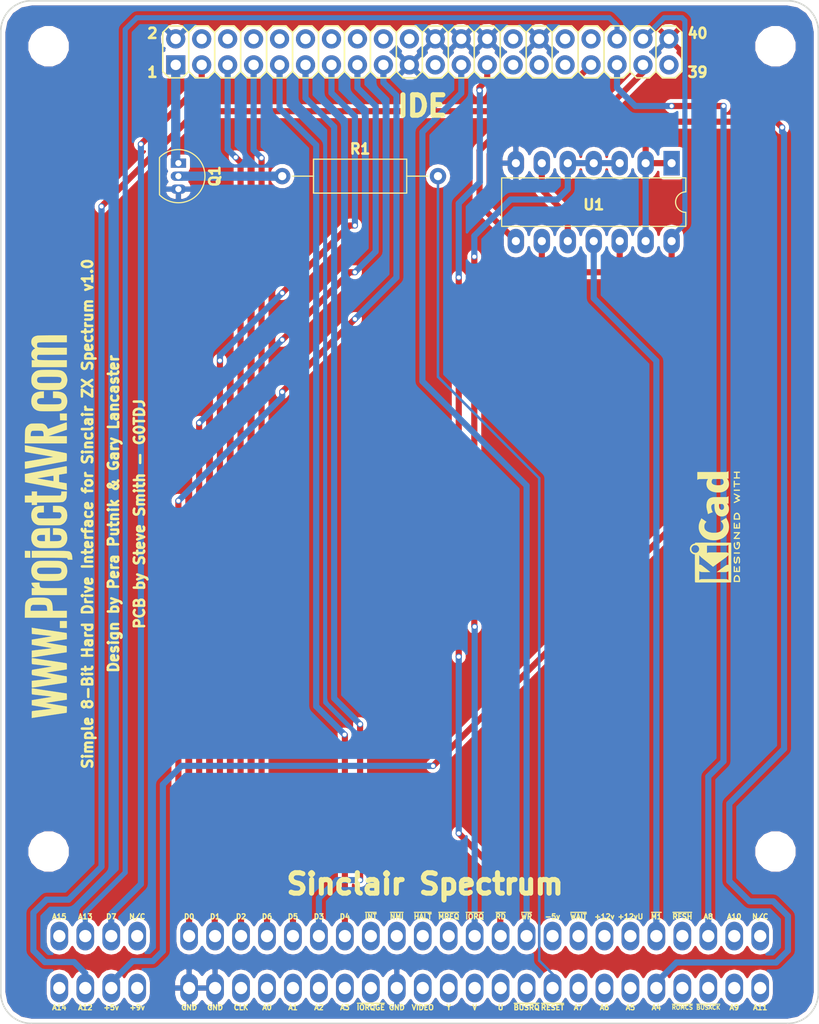
<source format=kicad_pcb>
(kicad_pcb (version 4) (host pcbnew 4.0.5)
  (layers (0 F.Cu signal) (31 B.Cu signal) (34 B.Paste user) (35 F.Paste user) (36 B.SilkS user) (37 F.SilkS user) (38 B.Mask user) (39 F.Mask user) (44 Edge.Cuts user))
  (net 0 "")
  (net 1 A11)
  (net 2 A9)
  (net 3 ~BUSACK)
  (net 4 ~ROMCS)
  (net 5 A4)
  (net 6 A5)
  (net 7 A6)
  (net 8 A7)
  (net 9 "Net-(P1-Pad28A)")
  (net 10 A10)
  (net 11 A8)
  (net 12 ~RFSH)
  (net 13 ~M1)
  (net 14 +12volts_us)
  (net 15 +12volts)
  (net 16 ~WAIT)
  (net 17 A15)
  (net 18 A14)
  (net 19 A13)
  (net 20 A12)
  (net 21 D7)
  (net 22 +5volts)
  (net 23 "Net-(P1-Pad4A)")
  (net 24 +9volts)
  (net 25 D0)
  (net 26 GND)
  (net 27 D1)
  (net 28 D2)
  (net 29 CLK)
  (net 30 D6)
  (net 31 A0)
  (net 32 D5)
  (net 33 A1)
  (net 34 D3)
  (net 35 A2)
  (net 36 D4)
  (net 37 A3)
  (net 38 ~INT)
  (net 39 ~IORQGE)
  (net 40 ~NMI)
  (net 41 ~HALT)
  (net 42 VIDEO)
  (net 43 ~MREQ)
  (net 44 y)
  (net 45 ~IORQ)
  (net 46 v)
  (net 47 ~IOR)
  (net 48 u)
  (net 49 ~IOW)
  (net 50 ~BUSRQ)
  (net 51 -5volts)
  (net 52 ~RESET)
  (net 53 ~I_RESET)
  (net 54 I_D8)
  (net 55 I_D9)
  (net 56 I_D10)
  (net 57 I_D11)
  (net 58 I_D12)
  (net 59 I_D13)
  (net 60 I_D14)
  (net 61 I_D15)
  (net 62 "Net-(P2-Pad20)")
  (net 63 DMARQ)
  (net 64 IORDY)
  (net 65 PSYNC:CSEL)
  (net 66 ~DMACK)
  (net 67 INTRQ)
  (net 68 ~IOCS16)
  (net 69 ~PDIAG)
  (net 70 ~CS0)
  (net 71 ~DASP)
  (net 72 "Net-(Q1-Pad2)")
  (net 73 "Net-(U1-Pad12)")
  (net 74 "Net-(U1-Pad10)")
  (module G0TDJ:Spectrum_Edge_Connector (layer F.Cu) (at 140.75 134)
    (fp_text reference P1 hide)
    (fp_text value SPECTRUM_EDGE-28x2)
    (fp_text user N/C (at 35.56 -4.445) (layer F.SilkS) (effects (font (size 0.5 0.5) (thickness 0.125))))
    (fp_text user A10 (at 33.02 -4.445) (layer F.SilkS) (effects (font (size 0.5 0.5) (thickness 0.125))))
    (fp_text user A11 (at 35.56 4.445) (layer F.SilkS) (effects (font (size 0.5 0.5) (thickness 0.125))))
    (fp_text user A9 (at 33.02 4.445) (layer F.SilkS) (effects (font (size 0.5 0.5) (thickness 0.125))))
    (fp_text user A8 (at 30.48 -4.445) (layer F.SilkS) (effects (font (size 0.5 0.5) (thickness 0.125))))
    (fp_text user ~RFSH (at 27.94 -4.445) (layer F.SilkS) (effects (font (size 0.5 0.5) (thickness 0.125))))
    (fp_text user ~M1 (at 25.4 -4.445) (layer F.SilkS) (effects (font (size 0.5 0.5) (thickness 0.125))))
    (fp_text user +12vU (at 22.86 -4.445) (layer F.SilkS) (effects (font (size 0.5 0.5) (thickness 0.125))))
    (fp_text user ~BUSACK (at 30.48 4.445) (layer F.SilkS) (effects (font (size 0.4 0.4) (thickness 0.1))))
    (fp_text user ~ROMCS (at 27.94 4.445) (layer F.SilkS) (effects (font (size 0.4 0.4) (thickness 0.1))))
    (fp_text user A4 (at 25.4 4.445) (layer F.SilkS) (effects (font (size 0.5 0.5) (thickness 0.125))))
    (fp_text user A5 (at 22.86 4.445) (layer F.SilkS) (effects (font (size 0.5 0.5) (thickness 0.125))))
    (fp_text user +12v (at 20.32 -4.445) (layer F.SilkS) (effects (font (size 0.5 0.5) (thickness 0.125))))
    (fp_text user ~WAIT (at 17.78 -4.445) (layer F.SilkS) (effects (font (size 0.5 0.5) (thickness 0.125))))
    (fp_text user -5v (at 15.24 -4.445) (layer F.SilkS) (effects (font (size 0.5 0.5) (thickness 0.125))))
    (fp_text user ~WR (at 12.7 -4.445) (layer F.SilkS) (effects (font (size 0.5 0.5) (thickness 0.125))))
    (fp_text user A6 (at 20.32 4.445) (layer F.SilkS) (effects (font (size 0.5 0.5) (thickness 0.125))))
    (fp_text user A7 (at 17.78 4.445) (layer F.SilkS) (effects (font (size 0.5 0.5) (thickness 0.125))))
    (fp_text user ~RESET (at 15.24 4.445) (layer F.SilkS) (effects (font (size 0.5 0.5) (thickness 0.125))))
    (fp_text user ~BUSRQ (at 12.7 4.445) (layer F.SilkS) (effects (font (size 0.5 0.5) (thickness 0.125))))
    (fp_text user ~RD (at 10.16 -4.445) (layer F.SilkS) (effects (font (size 0.5 0.5) (thickness 0.125))))
    (fp_text user ~IORQ (at 7.62 -4.445) (layer F.SilkS) (effects (font (size 0.5 0.5) (thickness 0.125))))
    (fp_text user ~MREQ (at 5.08 -4.445) (layer F.SilkS) (effects (font (size 0.5 0.5) (thickness 0.125))))
    (fp_text user ~HALT (at 2.54 -4.445) (layer F.SilkS) (effects (font (size 0.5 0.5) (thickness 0.125))))
    (fp_text user U (at 10.16 4.445) (layer F.SilkS) (effects (font (size 0.5 0.5) (thickness 0.125))))
    (fp_text user V (at 7.62 4.445) (layer F.SilkS) (effects (font (size 0.5 0.5) (thickness 0.125))))
    (fp_text user Y (at 5.08 4.445) (layer F.SilkS) (effects (font (size 0.5 0.5) (thickness 0.125))))
    (fp_text user VIDEO (at 2.54 4.445) (layer F.SilkS) (effects (font (size 0.5 0.5) (thickness 0.125))))
    (fp_text user GND (at 0 4.445) (layer F.SilkS) (effects (font (size 0.5 0.5) (thickness 0.125))))
    (fp_text user ~IORQGE (at -2.54 4.445) (layer F.SilkS) (effects (font (size 0.5 0.5) (thickness 0.125))))
    (fp_text user A3 (at -5.08 4.445) (layer F.SilkS) (effects (font (size 0.5 0.5) (thickness 0.125))))
    (fp_text user ~NMI (at 0 -4.445) (layer F.SilkS) (effects (font (size 0.5 0.5) (thickness 0.125))))
    (fp_text user ~INT (at -2.54 -4.445) (layer F.SilkS) (effects (font (size 0.5 0.5) (thickness 0.125))))
    (fp_text user D4 (at -5.08 -4.445) (layer F.SilkS) (effects (font (size 0.5 0.5) (thickness 0.125))))
    (fp_text user D3 (at -7.62 -4.445) (layer F.SilkS) (effects (font (size 0.5 0.5) (thickness 0.125))))
    (fp_text user A2 (at -7.62 4.445) (layer F.SilkS) (effects (font (size 0.5 0.5) (thickness 0.125))))
    (fp_text user D5 (at -10.16 -4.445) (layer F.SilkS) (effects (font (size 0.5 0.5) (thickness 0.125))))
    (fp_text user D6 (at -12.7 -4.445) (layer F.SilkS) (effects (font (size 0.5 0.5) (thickness 0.125))))
    (fp_text user D2 (at -15.24 -4.445) (layer F.SilkS) (effects (font (size 0.5 0.5) (thickness 0.125))))
    (fp_text user A1 (at -10.16 4.445) (layer F.SilkS) (effects (font (size 0.5 0.5) (thickness 0.125))))
    (fp_text user A0 (at -12.7 4.445) (layer F.SilkS) (effects (font (size 0.5 0.5) (thickness 0.125))))
    (fp_text user CLK (at -15.24 4.445) (layer F.SilkS) (effects (font (size 0.5 0.5) (thickness 0.125))))
    (fp_text user GND (at -17.78 4.445) (layer F.SilkS) (effects (font (size 0.5 0.5) (thickness 0.125))))
    (fp_text user GND (at -20.32 4.445) (layer F.SilkS) (effects (font (size 0.5 0.5) (thickness 0.125))))
    (fp_text user +9v (at -25.4 4.445) (layer F.SilkS) (effects (font (size 0.5 0.5) (thickness 0.125))))
    (fp_text user +5v (at -27.94 4.445) (layer F.SilkS) (effects (font (size 0.5 0.5) (thickness 0.125))))
    (fp_text user A12 (at -30.48 4.445) (layer F.SilkS) (effects (font (size 0.5 0.5) (thickness 0.125))))
    (fp_text user A14 (at -33.02 4.445) (layer F.SilkS) (effects (font (size 0.5 0.5) (thickness 0.125))))
    (fp_text user D1 (at -17.78 -4.445) (layer F.SilkS) (effects (font (size 0.5 0.5) (thickness 0.125))))
    (fp_text user D0 (at -20.32 -4.445) (layer F.SilkS) (effects (font (size 0.5 0.5) (thickness 0.125))))
    (fp_text user N/C (at -25.4 -4.445) (layer F.SilkS) (effects (font (size 0.5 0.5) (thickness 0.125))))
    (fp_text user D7 (at -27.94 -4.445) (layer F.SilkS) (effects (font (size 0.5 0.5) (thickness 0.125))))
    (fp_text user A13 (at -30.48 -4.445) (layer F.SilkS) (effects (font (size 0.5 0.5) (thickness 0.125))))
    (fp_text user A15 (at -33.02 -4.445) (layer F.SilkS) (effects (font (size 0.5 0.5) (thickness 0.125))))
    (pad 28B thru_hole oval (at 35.56 2.54) (size 1.7272 2.8) (drill 1.2) (layers *.Cu *.Mask) (net 1 A11))
    (pad 27B thru_hole oval (at 33.02 2.54) (size 1.7272 2.8) (drill 1.2) (layers *.Cu *.Mask) (net 2 A9))
    (pad 26B thru_hole oval (at 30.48 2.54) (size 1.7272 2.8) (drill 1.2) (layers *.Cu *.Mask) (net 3 ~BUSACK))
    (pad 25B thru_hole oval (at 27.94 2.54) (size 1.7272 2.8) (drill 1.2) (layers *.Cu *.Mask) (net 4 ~ROMCS))
    (pad 24B thru_hole oval (at 25.4 2.54) (size 1.7272 2.8) (drill 1.2) (layers *.Cu *.Mask) (net 5 A4))
    (pad 23B thru_hole oval (at 22.86 2.54) (size 1.7272 2.8) (drill 1.2) (layers *.Cu *.Mask) (net 6 A5))
    (pad 22B thru_hole oval (at 20.32 2.54) (size 1.7272 2.8) (drill 1.2) (layers *.Cu *.Mask) (net 7 A6))
    (pad 21B thru_hole oval (at 17.78 2.54) (size 1.7272 2.8) (drill 1.2) (layers *.Cu *.Mask) (net 8 A7))
    (pad 28A thru_hole oval (at 35.56 -2.54) (size 1.7272 2.8) (drill 1.2) (layers *.Cu *.Mask) (net 9 "Net-(P1-Pad28A)"))
    (pad 27A thru_hole oval (at 33.02 -2.54) (size 1.7272 2.8) (drill 1.2) (layers *.Cu *.Mask) (net 10 A10))
    (pad 26A thru_hole oval (at 30.48 -2.54) (size 1.7272 2.8) (drill 1.2) (layers *.Cu *.Mask) (net 11 A8))
    (pad 25A thru_hole oval (at 27.94 -2.54) (size 1.7272 2.8) (drill 1.2) (layers *.Cu *.Mask) (net 12 ~RFSH))
    (pad 24A thru_hole oval (at 25.4 -2.54) (size 1.7272 2.8) (drill 1.2) (layers *.Cu *.Mask) (net 13 ~M1))
    (pad 23A thru_hole oval (at 22.86 -2.54) (size 1.7272 2.8) (drill 1.2) (layers *.Cu *.Mask) (net 14 +12volts_us))
    (pad 22A thru_hole oval (at 20.32 -2.54) (size 1.7272 2.8) (drill 1.2) (layers *.Cu *.Mask) (net 15 +12volts))
    (pad 21A thru_hole oval (at 17.78 -2.54) (size 1.7272 2.8) (drill 1.2) (layers *.Cu *.Mask) (net 16 ~WAIT))
    (pad 1A thru_hole oval (at -33.02 -2.54) (size 1.7272 2.8) (drill 1.2) (layers *.Cu *.Mask) (net 17 A15))
    (pad 1B thru_hole oval (at -33.02 2.54) (size 1.7272 2.8) (drill 1.2) (layers *.Cu *.Mask) (net 18 A14))
    (pad 2A thru_hole oval (at -30.48 -2.54) (size 1.7272 2.8) (drill 1.2) (layers *.Cu *.Mask) (net 19 A13))
    (pad 2B thru_hole oval (at -30.48 2.54) (size 1.7272 2.8) (drill 1.2) (layers *.Cu *.Mask) (net 20 A12))
    (pad 3A thru_hole oval (at -27.94 -2.54) (size 1.7272 2.8) (drill 1.2) (layers *.Cu *.Mask) (net 21 D7))
    (pad 3B thru_hole oval (at -27.94 2.54) (size 1.7272 2.8) (drill 1.2) (layers *.Cu *.Mask) (net 22 +5volts))
    (pad 4A thru_hole oval (at -25.4 -2.54) (size 1.7272 2.8) (drill 1.2) (layers *.Cu *.Mask) (net 23 "Net-(P1-Pad4A)"))
    (pad 4B thru_hole oval (at -25.4 2.54) (size 1.7272 2.8) (drill 1.2) (layers *.Cu *.Mask) (net 24 +9volts))
    (pad 6A thru_hole oval (at -20.32 -2.54) (size 1.7272 2.8) (drill 1.2) (layers *.Cu *.Mask) (net 25 D0))
    (pad 6B thru_hole oval (at -20.32 2.54) (size 1.7272 2.8) (drill 1.2) (layers *.Cu *.Mask) (net 26 GND))
    (pad 7A thru_hole oval (at -17.78 -2.54) (size 1.7272 2.8) (drill 1.2) (layers *.Cu *.Mask) (net 27 D1))
    (pad 7B thru_hole oval (at -17.78 2.54) (size 1.7272 2.8) (drill 1.2) (layers *.Cu *.Mask) (net 26 GND))
    (pad 8A thru_hole oval (at -15.24 -2.54) (size 1.7272 2.8) (drill 1.2) (layers *.Cu *.Mask) (net 28 D2))
    (pad 8B thru_hole oval (at -15.24 2.54) (size 1.7272 2.8) (drill 1.2) (layers *.Cu *.Mask) (net 29 CLK))
    (pad 9A thru_hole oval (at -12.7 -2.54) (size 1.7272 2.8) (drill 1.2) (layers *.Cu *.Mask) (net 30 D6))
    (pad 9B thru_hole oval (at -12.7 2.54) (size 1.7272 2.8) (drill 1.2) (layers *.Cu *.Mask) (net 31 A0))
    (pad 10A thru_hole oval (at -10.16 -2.54) (size 1.7272 2.8) (drill 1.2) (layers *.Cu *.Mask) (net 32 D5))
    (pad 10B thru_hole oval (at -10.16 2.54) (size 1.7272 2.8) (drill 1.2) (layers *.Cu *.Mask) (net 33 A1))
    (pad 11A thru_hole oval (at -7.62 -2.54) (size 1.7272 2.8) (drill 1.2) (layers *.Cu *.Mask) (net 34 D3))
    (pad 11B thru_hole oval (at -7.62 2.54) (size 1.7272 2.8) (drill 1.2) (layers *.Cu *.Mask) (net 35 A2))
    (pad 12A thru_hole oval (at -5.08 -2.54) (size 1.7272 2.8) (drill 1.2) (layers *.Cu *.Mask) (net 36 D4))
    (pad 12B thru_hole oval (at -5.08 2.54) (size 1.7272 2.8) (drill 1.2) (layers *.Cu *.Mask) (net 37 A3))
    (pad 13A thru_hole oval (at -2.54 -2.54) (size 1.7272 2.8) (drill 1.2) (layers *.Cu *.Mask) (net 38 ~INT))
    (pad 13B thru_hole oval (at -2.54 2.54) (size 1.7272 2.8) (drill 1.2) (layers *.Cu *.Mask) (net 39 ~IORQGE))
    (pad 14A thru_hole oval (at 0 -2.54) (size 1.7272 2.8) (drill 1.2) (layers *.Cu *.Mask) (net 40 ~NMI))
    (pad 14B thru_hole oval (at 0 2.54) (size 1.7272 2.8) (drill 1.2) (layers *.Cu *.Mask) (net 26 GND))
    (pad 15A thru_hole oval (at 2.54 -2.54) (size 1.7272 2.8) (drill 1.2) (layers *.Cu *.Mask) (net 41 ~HALT))
    (pad 15B thru_hole oval (at 2.54 2.54) (size 1.7272 2.8) (drill 1.2) (layers *.Cu *.Mask) (net 42 VIDEO))
    (pad 16A thru_hole oval (at 5.08 -2.54) (size 1.7272 2.8) (drill 1.2) (layers *.Cu *.Mask) (net 43 ~MREQ))
    (pad 16B thru_hole oval (at 5.08 2.54) (size 1.7272 2.8) (drill 1.2) (layers *.Cu *.Mask) (net 44 y))
    (pad 17A thru_hole oval (at 7.62 -2.54) (size 1.7272 2.8) (drill 1.2) (layers *.Cu *.Mask) (net 45 ~IORQ))
    (pad 17B thru_hole oval (at 7.62 2.54) (size 1.7272 2.8) (drill 1.2) (layers *.Cu *.Mask) (net 46 v))
    (pad 18A thru_hole oval (at 10.16 -2.54) (size 1.7272 2.8) (drill 1.2) (layers *.Cu *.Mask) (net 47 ~IOR))
    (pad 18B thru_hole oval (at 10.16 2.54) (size 1.7272 2.8) (drill 1.2) (layers *.Cu *.Mask) (net 48 u))
    (pad 19A thru_hole oval (at 12.7 -2.54) (size 1.7272 2.8) (drill 1.2) (layers *.Cu *.Mask) (net 49 ~IOW))
    (pad 19B thru_hole oval (at 12.7 2.54) (size 1.7272 2.8) (drill 1.2) (layers *.Cu *.Mask) (net 50 ~BUSRQ))
    (pad 20A thru_hole oval (at 15.24 -2.54) (size 1.7272 2.8) (drill 1.2) (layers *.Cu *.Mask) (net 51 -5volts))
    (pad 20B thru_hole oval (at 15.24 2.54) (size 1.7272 2.8) (drill 1.2) (layers *.Cu *.Mask) (net 52 ~RESET))
  )
  (module G0TDJ:Header-2X20 (layer F.Cu) (at 130.55 45)
    (fp_text reference P2 hide)
    (fp_text value CONN_20X2 hide)
    (pad 1 thru_hole rect (at -11.43 1.27) (size 1.8796 1.8796) (drill 1.016) (layers *.Cu *.Paste *.Mask) (net 53 ~I_RESET))
    (pad 2 thru_hole circle (at -11.43 -1.27) (size 1.8796 3.7592) (drill 1.016) (layers *.Cu *.Paste *.Mask) (net 26 GND))
    (pad 3 thru_hole circle (at -8.89 1.27) (size 1.8796 3.7592) (drill 1.016) (layers *.Cu *.Paste *.Mask) (net 21 D7))
    (pad 4 thru_hole circle (at -8.89 -1.27) (size 1.8796 3.7592) (drill 1.016) (layers *.Cu *.Paste *.Mask) (net 54 I_D8))
    (pad 5 thru_hole circle (at -6.35 1.27) (size 1.8796 3.7592) (drill 1.016) (layers *.Cu *.Paste *.Mask) (net 30 D6))
    (pad 6 thru_hole circle (at -6.35 -1.27) (size 1.8796 3.7592) (drill 1.016) (layers *.Cu *.Paste *.Mask) (net 55 I_D9))
    (pad 7 thru_hole circle (at -3.81 1.27) (size 1.8796 3.7592) (drill 1.016) (layers *.Cu *.Paste *.Mask) (net 32 D5))
    (pad 8 thru_hole circle (at -3.81 -1.27) (size 1.8796 3.7592) (drill 1.016) (layers *.Cu *.Paste *.Mask) (net 56 I_D10))
    (pad 9 thru_hole circle (at -1.27 1.27) (size 1.8796 3.7592) (drill 1.016) (layers *.Cu *.Paste *.Mask) (net 36 D4))
    (pad 10 thru_hole circle (at -1.27 -1.27) (size 1.8796 3.7592) (drill 1.016) (layers *.Cu *.Paste *.Mask) (net 57 I_D11))
    (pad 11 thru_hole circle (at 1.27 1.27) (size 1.8796 3.7592) (drill 1.016) (layers *.Cu *.Paste *.Mask) (net 34 D3))
    (pad 12 thru_hole circle (at 1.27 -1.27) (size 1.8796 3.7592) (drill 1.016) (layers *.Cu *.Paste *.Mask) (net 58 I_D12))
    (pad 13 thru_hole circle (at 3.81 1.27) (size 1.8796 3.7592) (drill 1.016) (layers *.Cu *.Paste *.Mask) (net 28 D2))
    (pad 14 thru_hole circle (at 3.81 -1.27) (size 1.8796 3.7592) (drill 1.016) (layers *.Cu *.Paste *.Mask) (net 59 I_D13))
    (pad 15 thru_hole circle (at 6.35 1.27) (size 1.8796 3.7592) (drill 1.016) (layers *.Cu *.Paste *.Mask) (net 27 D1))
    (pad 16 thru_hole circle (at 6.35 -1.27) (size 1.8796 3.7592) (drill 1.016) (layers *.Cu *.Paste *.Mask) (net 60 I_D14))
    (pad 17 thru_hole circle (at 8.89 1.27) (size 1.8796 3.7592) (drill 1.016) (layers *.Cu *.Paste *.Mask) (net 25 D0))
    (pad 18 thru_hole circle (at 8.89 -1.27) (size 1.8796 3.7592) (drill 1.016) (layers *.Cu *.Paste *.Mask) (net 61 I_D15))
    (pad 19 thru_hole circle (at 11.43 1.27) (size 1.8796 3.7592) (drill 1.016) (layers *.Cu *.Paste *.Mask) (net 26 GND))
    (pad 20 thru_hole circle (at 11.43 -1.27) (size 1.8796 3.7592) (drill 1.016) (layers *.Cu *.Paste *.Mask) (net 62 "Net-(P2-Pad20)"))
    (pad 21 thru_hole circle (at 13.97 1.27) (size 1.8796 3.7592) (drill 1.016) (layers *.Cu *.Paste *.Mask) (net 63 DMARQ))
    (pad 22 thru_hole circle (at 13.97 -1.27) (size 1.8796 3.7592) (drill 1.016) (layers *.Cu *.Paste *.Mask) (net 26 GND))
    (pad 23 thru_hole circle (at 16.51 1.27) (size 1.8796 3.7592) (drill 1.016) (layers *.Cu *.Paste *.Mask) (net 49 ~IOW))
    (pad 24 thru_hole circle (at 16.51 -1.27) (size 1.8796 3.7592) (drill 1.016) (layers *.Cu *.Paste *.Mask) (net 26 GND))
    (pad 25 thru_hole circle (at 19.05 1.27) (size 1.8796 3.7592) (drill 1.016) (layers *.Cu *.Paste *.Mask) (net 47 ~IOR))
    (pad 26 thru_hole circle (at 19.05 -1.27) (size 1.8796 3.7592) (drill 1.016) (layers *.Cu *.Paste *.Mask) (net 26 GND))
    (pad 27 thru_hole circle (at 21.59 1.27) (size 1.8796 3.7592) (drill 1.016) (layers *.Cu *.Paste *.Mask) (net 64 IORDY))
    (pad 28 thru_hole circle (at 21.59 -1.27) (size 1.8796 3.7592) (drill 1.016) (layers *.Cu *.Paste *.Mask) (net 65 PSYNC:CSEL))
    (pad 29 thru_hole circle (at 24.13 1.27) (size 1.8796 3.7592) (drill 1.016) (layers *.Cu *.Paste *.Mask) (net 66 ~DMACK))
    (pad 30 thru_hole circle (at 24.13 -1.27) (size 1.8796 3.7592) (drill 1.016) (layers *.Cu *.Paste *.Mask) (net 26 GND))
    (pad 31 thru_hole circle (at 26.67 1.27) (size 1.8796 3.7592) (drill 1.016) (layers *.Cu *.Paste *.Mask) (net 67 INTRQ))
    (pad 32 thru_hole circle (at 26.67 -1.27) (size 1.8796 3.7592) (drill 1.016) (layers *.Cu *.Paste *.Mask) (net 68 ~IOCS16))
    (pad 33 thru_hole circle (at 29.21 1.27) (size 1.8796 3.7592) (drill 1.016) (layers *.Cu *.Paste *.Mask) (net 20 A12))
    (pad 34 thru_hole circle (at 29.21 -1.27) (size 1.8796 3.7592) (drill 1.016) (layers *.Cu *.Paste *.Mask) (net 69 ~PDIAG))
    (pad 35 thru_hole circle (at 31.75 1.27) (size 1.8796 3.7592) (drill 1.016) (layers *.Cu *.Paste *.Mask) (net 11 A8))
    (pad 36 thru_hole circle (at 31.75 -1.27) (size 1.8796 3.7592) (drill 1.016) (layers *.Cu *.Paste *.Mask) (net 19 A13))
    (pad 37 thru_hole circle (at 34.29 1.27) (size 1.8796 3.7592) (drill 1.016) (layers *.Cu *.Paste *.Mask) (net 70 ~CS0))
    (pad 38 thru_hole circle (at 34.29 -1.27) (size 1.8796 3.7592) (drill 1.016) (layers *.Cu *.Paste *.Mask) (net 22 +5volts))
    (pad 39 thru_hole circle (at 36.83 1.27) (size 1.8796 3.7592) (drill 1.016) (layers *.Cu *.Paste *.Mask) (net 71 ~DASP))
    (pad 40 thru_hole circle (at 36.83 -1.27) (size 1.8796 3.7592) (drill 1.016) (layers *.Cu *.Paste *.Mask) (net 26 GND))
  )
  (module TO_SOT_Packages_THT:TO-92_Inline_Narrow_Oval (layer F.Cu) (at 119.38 55.88 270)
    (fp_text reference Q1 (at 1.27 -3.56 270) (layer F.SilkS) (effects (font (thickness 0.25))))
    (fp_text value BC327 hide)
    (pad 2 thru_hole oval (at 1.27 0 90) (size 0.9 1.5) (drill 0.6) (layers *.Cu *.Mask) (net 72 "Net-(Q1-Pad2)"))
    (pad 3 thru_hole oval (at 2.54 0 90) (size 0.9 1.5) (drill 0.6) (layers *.Cu *.Mask) (net 26 GND))
    (pad 1 thru_hole rect (at 0 0 90) (size 0.9 1.5) (drill 0.6) (layers *.Cu *.Mask) (net 53 ~I_RESET))
  )
  (module Resistors_THT:R_Axial_DIN0309_L9.0mm_D3.2mm_P15.24mm_Horizontal (layer F.Cu) (at 129.54 57.15)
    (fp_text reference R1 (at 7.62 -2.66) (layer F.SilkS) (effects (font (thickness 0.25))))
    (fp_text value 100K hide)
    (pad 1 thru_hole circle (at 0 0) (size 1.6 1.6) (drill 0.8) (layers *.Cu *.Mask) (net 72 "Net-(Q1-Pad2)"))
    (pad 2 thru_hole oval (at 15.24 0) (size 1.6 1.6) (drill 0.8) (layers *.Cu *.Mask) (net 52 ~RESET))
  )
  (module Housings_DIP:DIP-14_W7.62mm_LongPads (layer F.Cu) (at 167.64 55.88 270)
    (fp_text reference U1 (at 4.064 7.62 360) (layer F.SilkS) (effects (font (thickness 0.25))))
    (fp_text value 74LS10 hide)
    (pad 1 thru_hole rect (at 0 0 270) (size 2.4 1.6) (drill 0.8) (layers *.Cu *.Mask) (net 5 A4))
    (pad 8 thru_hole oval (at 7.62 15.24 270) (size 2.4 1.6) (drill 0.8) (layers *.Cu *.Mask) (net 70 ~CS0))
    (pad 2 thru_hole oval (at 0 2.54 270) (size 2.4 1.6) (drill 0.8) (layers *.Cu *.Mask) (net 5 A4))
    (pad 9 thru_hole oval (at 7.62 12.7 270) (size 2.4 1.6) (drill 0.8) (layers *.Cu *.Mask) (net 73 "Net-(U1-Pad12)"))
    (pad 3 thru_hole oval (at 0 5.08 270) (size 2.4 1.6) (drill 0.8) (layers *.Cu *.Mask) (net 45 ~IORQ))
    (pad 10 thru_hole oval (at 7.62 10.16 270) (size 2.4 1.6) (drill 0.8) (layers *.Cu *.Mask) (net 74 "Net-(U1-Pad10)"))
    (pad 4 thru_hole oval (at 0 7.62 270) (size 2.4 1.6) (drill 0.8) (layers *.Cu *.Mask) (net 45 ~IORQ))
    (pad 11 thru_hole oval (at 7.62 7.62 270) (size 2.4 1.6) (drill 0.8) (layers *.Cu *.Mask) (net 13 ~M1))
    (pad 5 thru_hole oval (at 0 10.16 270) (size 2.4 1.6) (drill 0.8) (layers *.Cu *.Mask) (net 45 ~IORQ))
    (pad 12 thru_hole oval (at 7.62 5.08 270) (size 2.4 1.6) (drill 0.8) (layers *.Cu *.Mask) (net 73 "Net-(U1-Pad12)"))
    (pad 6 thru_hole oval (at 0 12.7 270) (size 2.4 1.6) (drill 0.8) (layers *.Cu *.Mask) (net 74 "Net-(U1-Pad10)"))
    (pad 13 thru_hole oval (at 7.62 2.54 270) (size 2.4 1.6) (drill 0.8) (layers *.Cu *.Mask) (net 5 A4))
    (pad 7 thru_hole oval (at 0 15.24 270) (size 2.4 1.6) (drill 0.8) (layers *.Cu *.Mask) (net 26 GND))
    (pad 14 thru_hole oval (at 7.62 0 270) (size 2.4 1.6) (drill 0.8) (layers *.Cu *.Mask) (net 22 +5volts))
  )
  (module G0TDJ:KiCad-Logo_Copper_11mmx5mm (layer F.Cu) (at 171.45 91.44 90)
    (fp_text reference G***)
    (fp_text value "KiCad Logo" hide)
    (fp_text user "DESIGNED WITH" (at 0 2.6 90) (layer F.SilkS) (effects (font (size 0.5 0.97) (thickness 0.125))))
    (pad 1 smd circle (at -2.17 -1.49 90) (size 0.9 0.9) (layers F.Cu F.Mask))
  )
  (module Mounting_Holes:MountingHole_3.2mm_M3 (layer F.Cu) (at 106.68 44.45)
    (fp_text reference REF** hide)
    (fp_text value MountingHole_3.2mm_M3 hide)
    (pad 1 np_thru_hole circle (at 0 0) (size 3.2 3.2) (drill 3.2) (layers *.Cu *.Mask))
  )
  (module Mounting_Holes:MountingHole_3.2mm_M3 (layer F.Cu) (at 177.8 44.45)
    (fp_text reference REF** hide)
    (fp_text value MountingHole_3.2mm_M3 hide)
    (pad 1 np_thru_hole circle (at 0 0) (size 3.2 3.2) (drill 3.2) (layers *.Cu *.Mask))
  )
  (module Mounting_Holes:MountingHole_3.2mm_M3 (layer F.Cu) (at 106.68 123.19)
    (fp_text reference REF** hide)
    (fp_text value MountingHole_3.2mm_M3 hide)
    (pad 1 np_thru_hole circle (at 0 0) (size 3.2 3.2) (drill 3.2) (layers *.Cu *.Mask))
  )
  (module Mounting_Holes:MountingHole_3.2mm_M3 (layer F.Cu) (at 177.8 123.19)
    (fp_text reference REF** hide)
    (fp_text value MountingHole_3.2mm_M3 hide)
    (pad 1 np_thru_hole circle (at 0 0) (size 3.2 3.2) (drill 3.2) (layers *.Cu *.Mask))
  )
  (module G0TDJ:projectavr_logo_nostrap_SILK_40mm (layer F.Cu) (at 106.68 91.44 90)
    (fp_text reference G*** hide)
    (fp_text value LOGO hide)
  )
  (gr_text "Sinclair Spectrum" (at 143.51 126.365) (layer F.SilkS) (effects (font (size 2 2) (thickness 0.5))))
  (gr_text 40 (at 170.18 43.18) (layer F.SilkS) (effects (font (size 1 1) (thickness 0.25))))
  (gr_text 39 (at 170.18 46.99) (layer F.SilkS) (effects (font (size 1 1) (thickness 0.25))))
  (gr_text 2 (at 116.84 43.18) (layer F.SilkS) (effects (font (size 1 1) (thickness 0.25))))
  (gr_text 1 (at 116.84 46.99) (layer F.SilkS) (effects (font (size 1 1) (thickness 0.25))))
  (gr_text "PCB by Steve Smith - G0TDJ" (at 115.57 90.17 90) (layer F.SilkS) (effects (font (size 1 1) (thickness 0.25))))
  (gr_text "Design by Pera Putnik & Gary Lancaster" (at 113.03 90.17 90) (layer F.SilkS) (effects (font (size 1 1) (thickness 0.25))))
  (gr_text "Simple 8-Bit Hard Drive Interface for Sinclair ZX Spectrum v1.0" (at 110.49 90.17 90) (layer F.SilkS) (effects (font (size 1 1) (thickness 0.25))))
  (gr_text IDE (at 143.256 50.292) (layer F.SilkS) (effects (font (size 2 2) (thickness 0.5))))
  (gr_line (start 105 40) (end 179 40) (angle 90) (layer Edge.Cuts) (width 0.15))
  (gr_line (start 102 137) (end 102 43) (angle 90) (layer Edge.Cuts) (width 0.15))
  (gr_line (start 179 140) (end 105 140) (angle 90) (layer Edge.Cuts) (width 0.15))
  (gr_line (start 182 43) (end 182 137) (angle 90) (layer Edge.Cuts) (width 0.15))
  (gr_arc (start 105 137) (end 105 140) (angle 90) (layer Edge.Cuts) (width 0.15))
  (gr_arc (start 179 137) (end 182 137) (angle 90) (layer Edge.Cuts) (width 0.15))
  (gr_arc (start 179 43) (end 179 40) (angle 90) (layer Edge.Cuts) (width 0.15))
  (gr_arc (start 105 43) (end 102 43) (angle 90) (layer Edge.Cuts) (width 0.15))
  (segment (start 166.15 136.54) (end 166.15 136.0036) (width 0.6) (layer B.Cu) (net 5))
  (segment (start 179.025339 132.886661) (end 179.025339 129.502732) (width 0.6) (layer B.Cu) (net 5))
  (segment (start 173.285116 118.502765) (end 178.64328 113.144601) (width 0.6) (layer B.Cu) (net 5))
  (segment (start 166.15 136.0036) (end 168.11272 134.04088) (width 0.6) (layer B.Cu) (net 5))
  (segment (start 168.11272 134.04088) (end 177.87112 134.04088) (width 0.6) (layer B.Cu) (net 5))
  (segment (start 178.64328 113.144601) (end 178.64328 53.002264) (width 0.6) (layer B.Cu) (net 5))
  (segment (start 177.87112 134.04088) (end 179.025339 132.886661) (width 0.6) (layer B.Cu) (net 5))
  (segment (start 179.025339 129.502732) (end 177.587208 128.064601) (width 0.6) (layer B.Cu) (net 5))
  (segment (start 177.587208 128.064601) (end 175.263894 128.064601) (width 0.6) (layer B.Cu) (net 5))
  (segment (start 175.263894 128.064601) (end 173.285116 126.085823) (width 0.6) (layer B.Cu) (net 5))
  (segment (start 173.285116 126.085823) (end 173.285116 118.502765) (width 0.6) (layer B.Cu) (net 5))
  (segment (start 178.64328 53.002264) (end 178.45278 52.811764) (width 0.6) (layer B.Cu) (net 5))
  (segment (start 178.45278 52.811764) (end 178.45278 52.3875) (width 0.6) (layer B.Cu) (net 5))
  (segment (start 165.1 55.88) (end 165.1 52.547793) (width 0.6) (layer F.Cu) (net 5))
  (segment (start 165.819093 51.8287) (end 177.89398 51.8287) (width 0.6) (layer F.Cu) (net 5))
  (segment (start 165.1 52.547793) (end 165.819093 51.8287) (width 0.6) (layer F.Cu) (net 5))
  (segment (start 177.89398 51.8287) (end 178.45278 52.3875) (width 0.6) (layer F.Cu) (net 5))
  (segment (start 165.1 55.88) (end 167.64 55.88) (width 0.6) (layer F.Cu) (net 5))
  (via (at 178.45278 52.3875) (size 0.6) (drill 0.4) (layers F.Cu B.Cu) (net 5))
  (segment (start 165.1 55.88) (end 165.1 63.5) (width 0.6) (layer B.Cu) (net 5))
  (segment (start 172.72 50.292) (end 172.719691 50.292309) (width 0.6) (layer B.Cu) (net 11))
  (segment (start 172.719691 50.292309) (end 172.719691 114.370438) (width 0.6) (layer B.Cu) (net 11))
  (segment (start 172.719691 114.370438) (end 171.23 115.860129) (width 0.6) (layer B.Cu) (net 11))
  (segment (start 171.23 115.860129) (end 171.23 131.46) (width 0.6) (layer B.Cu) (net 11))
  (segment (start 162.3 46.27) (end 162.3 48.508) (width 0.6) (layer B.Cu) (net 11))
  (via (at 172.72 50.292) (size 0.6) (drill 0.4) (layers F.Cu B.Cu) (net 11))
  (segment (start 167.64 50.292) (end 172.72 50.292) (width 0.6) (layer F.Cu) (net 11))
  (via (at 167.64 50.292) (size 0.6) (drill 0.4) (layers F.Cu B.Cu) (net 11))
  (segment (start 164.084 50.292) (end 167.64 50.292) (width 0.6) (layer B.Cu) (net 11))
  (segment (start 162.3 48.508) (end 164.084 50.292) (width 0.6) (layer B.Cu) (net 11))
  (segment (start 166.15 131.46) (end 166.15 75.218) (width 0.6) (layer B.Cu) (net 13))
  (segment (start 160.02 69.088) (end 160.02 63.5) (width 0.6) (layer B.Cu) (net 13))
  (segment (start 166.15 75.218) (end 160.02 69.088) (width 0.6) (layer B.Cu) (net 13))
  (segment (start 162.3 43.73) (end 162.3 42.412) (width 0.5) (layer B.Cu) (net 19))
  (segment (start 162.3 42.412) (end 161.544 41.656) (width 0.5) (layer B.Cu) (net 19))
  (segment (start 161.544 41.656) (end 115.316 41.656) (width 0.5) (layer B.Cu) (net 19))
  (segment (start 114.17681 125.24105) (end 110.27 129.14786) (width 0.5) (layer B.Cu) (net 19))
  (segment (start 115.316 41.656) (end 114.17681 42.79519) (width 0.5) (layer B.Cu) (net 19))
  (segment (start 114.17681 42.79519) (end 114.17681 125.24105) (width 0.5) (layer B.Cu) (net 19))
  (segment (start 110.27 129.14786) (end 110.27 131.46) (width 0.5) (layer B.Cu) (net 19))
  (segment (start 110.27 136.54) (end 110.27 135.09596) (width 0.6) (layer B.Cu) (net 20))
  (segment (start 110.27 135.09596) (end 109.173645 133.999605) (width 0.6) (layer B.Cu) (net 20))
  (segment (start 109.173645 133.999605) (end 106.316145 133.999605) (width 0.6) (layer B.Cu) (net 20))
  (segment (start 106.316145 133.999605) (end 105.190933 132.874393) (width 0.6) (layer B.Cu) (net 20))
  (segment (start 105.190933 132.874393) (end 105.190933 129.181217) (width 0.6) (layer B.Cu) (net 20))
  (segment (start 105.190933 129.181217) (end 106.473453 127.898697) (width 0.6) (layer B.Cu) (net 20))
  (segment (start 106.473453 127.898697) (end 108.633397 127.898697) (width 0.6) (layer B.Cu) (net 20))
  (segment (start 108.633397 127.898697) (end 111.85779 124.674304) (width 0.6) (layer B.Cu) (net 20))
  (segment (start 111.85779 124.674304) (end 111.85779 60.537173) (width 0.6) (layer B.Cu) (net 20))
  (segment (start 111.85779 60.537173) (end 111.85779 60.112909) (width 0.6) (layer B.Cu) (net 20))
  (segment (start 112.157789 59.81291) (end 111.85779 60.112909) (width 0.6) (layer F.Cu) (net 20))
  (segment (start 121.170699 50.8) (end 112.157789 59.81291) (width 0.6) (layer F.Cu) (net 20))
  (segment (start 155.23 50.8) (end 121.170699 50.8) (width 0.6) (layer F.Cu) (net 20))
  (segment (start 159.76 46.27) (end 155.23 50.8) (width 0.6) (layer F.Cu) (net 20))
  (via (at 111.85779 60.112909) (size 0.6) (drill 0.4) (layers F.Cu B.Cu) (net 20))
  (segment (start 112.81 131.46) (end 112.81 129.273763) (width 0.6) (layer B.Cu) (net 21))
  (segment (start 112.81 129.273763) (end 115.713509 126.370254) (width 0.6) (layer B.Cu) (net 21))
  (segment (start 115.713509 126.370254) (end 115.713509 54.446254) (width 0.6) (layer B.Cu) (net 21))
  (segment (start 115.713509 54.446254) (end 115.713509 54.02199) (width 0.6) (layer B.Cu) (net 21))
  (segment (start 116.013508 53.721991) (end 115.713509 54.02199) (width 0.6) (layer F.Cu) (net 21))
  (segment (start 121.66 48.075499) (end 116.013508 53.721991) (width 0.6) (layer F.Cu) (net 21))
  (segment (start 121.66 46.27) (end 121.66 48.075499) (width 0.6) (layer F.Cu) (net 21))
  (via (at 115.713509 54.02199) (size 0.6) (drill 0.4) (layers F.Cu B.Cu) (net 21))
  (segment (start 167.64 63.1) (end 167.64 63.5) (width 0.5) (layer B.Cu) (net 22))
  (segment (start 166.914 41.656) (end 168.656 41.656) (width 0.5) (layer B.Cu) (net 22))
  (segment (start 164.84 43.73) (end 166.914 41.656) (width 0.5) (layer B.Cu) (net 22))
  (segment (start 168.94 61.8) (end 167.64 63.1) (width 0.5) (layer B.Cu) (net 22))
  (segment (start 168.94 41.94) (end 168.94 61.8) (width 0.5) (layer B.Cu) (net 22))
  (segment (start 168.656 41.656) (end 168.94 41.94) (width 0.5) (layer B.Cu) (net 22))
  (segment (start 112.81 136.54) (end 112.81 136.0036) (width 0.6) (layer B.Cu) (net 22))
  (segment (start 112.81 136.0036) (end 114.91115 133.90245) (width 0.6) (layer B.Cu) (net 22))
  (segment (start 114.91115 133.90245) (end 116.88699 133.90245) (width 0.6) (layer B.Cu) (net 22))
  (segment (start 116.88699 133.90245) (end 117.86489 132.92455) (width 0.6) (layer B.Cu) (net 22))
  (segment (start 117.86489 132.92455) (end 117.86489 116.63553) (width 0.6) (layer B.Cu) (net 22))
  (segment (start 117.86489 116.63553) (end 119.68099 114.81943) (width 0.6) (layer B.Cu) (net 22))
  (segment (start 119.68099 114.81943) (end 143.871866 114.81943) (width 0.6) (layer B.Cu) (net 22))
  (segment (start 143.871866 114.81943) (end 144.29613 114.81943) (width 0.6) (layer B.Cu) (net 22))
  (segment (start 167.64 91.47556) (end 144.596129 114.519431) (width 0.6) (layer F.Cu) (net 22))
  (segment (start 167.64 63.5) (end 167.64 91.47556) (width 0.6) (layer F.Cu) (net 22))
  (segment (start 144.596129 114.519431) (end 144.29613 114.81943) (width 0.6) (layer F.Cu) (net 22))
  (via (at 144.29613 114.81943) (size 0.6) (drill 0.4) (layers F.Cu B.Cu) (net 22))
  (segment (start 129.539724 78.232276) (end 129.539724 78.255598) (width 0.6) (layer F.Cu) (net 25))
  (segment (start 136.652 71.12) (end 129.539724 78.232276) (width 0.6) (layer F.Cu) (net 25))
  (segment (start 129.539724 78.679862) (end 129.539724 78.255598) (width 0.6) (layer B.Cu) (net 25))
  (segment (start 129.539724 78.740276) (end 129.539724 78.679862) (width 0.6) (layer B.Cu) (net 25))
  (segment (start 119.38 88.9) (end 129.539724 78.740276) (width 0.6) (layer B.Cu) (net 25))
  (via (at 129.539724 78.255598) (size 0.6) (drill 0.4) (layers F.Cu B.Cu) (net 25))
  (segment (start 119.38 88.9) (end 119.38 126.899821) (width 0.6) (layer F.Cu) (net 25))
  (segment (start 119.38 126.899821) (end 120.43 127.949821) (width 0.6) (layer F.Cu) (net 25))
  (segment (start 120.43 127.949821) (end 120.43 131.46) (width 0.6) (layer F.Cu) (net 25))
  (segment (start 139.44 46.27) (end 139.44 48) (width 0.6) (layer B.Cu) (net 25))
  (via (at 119.38 88.9) (size 0.6) (drill 0.4) (layers F.Cu B.Cu) (net 25))
  (via (at 136.652 71.12) (size 0.6) (drill 0.4) (layers F.Cu B.Cu) (net 25))
  (segment (start 140.716 67.056) (end 136.652 71.12) (width 0.6) (layer B.Cu) (net 25))
  (segment (start 140.716 49.276) (end 140.716 67.056) (width 0.6) (layer B.Cu) (net 25))
  (segment (start 139.44 48) (end 140.716 49.276) (width 0.6) (layer B.Cu) (net 25))
  (segment (start 136.652 66.548) (end 136.160028 66.548) (width 0.6) (layer F.Cu) (net 27))
  (segment (start 136.160028 66.548) (end 129.556028 73.152) (width 0.6) (layer F.Cu) (net 27))
  (segment (start 129.556028 73.152) (end 129.54 73.152) (width 0.6) (layer F.Cu) (net 27))
  (segment (start 121.412 81.28) (end 121.412 124.442783) (width 0.6) (layer F.Cu) (net 27))
  (segment (start 121.412 124.442783) (end 122.936 125.966783) (width 0.6) (layer F.Cu) (net 27))
  (segment (start 122.936 131.426) (end 122.97 131.46) (width 0.6) (layer F.Cu) (net 27))
  (segment (start 122.936 125.966783) (end 122.936 131.426) (width 0.6) (layer F.Cu) (net 27))
  (segment (start 136.9 46.27) (end 136.9 48.508) (width 0.6) (layer B.Cu) (net 27))
  (via (at 121.412 81.28) (size 0.6) (drill 0.4) (layers F.Cu B.Cu) (net 27))
  (segment (start 129.54 73.152) (end 121.412 81.28) (width 0.6) (layer B.Cu) (net 27))
  (via (at 129.54 73.152) (size 0.6) (drill 0.4) (layers F.Cu B.Cu) (net 27))
  (via (at 136.652 66.548) (size 0.6) (drill 0.4) (layers F.Cu B.Cu) (net 27))
  (segment (start 138.684 64.516) (end 136.652 66.548) (width 0.6) (layer B.Cu) (net 27))
  (segment (start 138.684 50.292) (end 138.684 64.516) (width 0.6) (layer B.Cu) (net 27))
  (segment (start 136.9 48.508) (end 138.684 50.292) (width 0.6) (layer B.Cu) (net 27))
  (segment (start 136.652 61.976) (end 136.130854 61.976) (width 0.6) (layer F.Cu) (net 28))
  (segment (start 136.130854 61.976) (end 129.54 68.566854) (width 0.6) (layer F.Cu) (net 28))
  (segment (start 129.54 68.566854) (end 129.54 68.58) (width 0.6) (layer F.Cu) (net 28))
  (segment (start 123.444 75.184) (end 123.444 121.928921) (width 0.6) (layer F.Cu) (net 28))
  (segment (start 123.444 121.928921) (end 125.51 123.994921) (width 0.6) (layer F.Cu) (net 28))
  (segment (start 125.51 123.994921) (end 125.51 131.46) (width 0.6) (layer F.Cu) (net 28))
  (segment (start 134.36 46.27) (end 134.36 49.016) (width 0.6) (layer B.Cu) (net 28))
  (via (at 123.444 75.184) (size 0.6) (drill 0.4) (layers F.Cu B.Cu) (net 28))
  (segment (start 123.444 74.676) (end 123.444 75.184) (width 0.6) (layer B.Cu) (net 28))
  (segment (start 129.54 68.58) (end 123.444 74.676) (width 0.6) (layer B.Cu) (net 28))
  (via (at 129.54 68.58) (size 0.6) (drill 0.4) (layers F.Cu B.Cu) (net 28))
  (via (at 136.652 61.976) (size 0.6) (drill 0.4) (layers F.Cu B.Cu) (net 28))
  (segment (start 136.652 51.308) (end 136.652 61.976) (width 0.6) (layer B.Cu) (net 28))
  (segment (start 134.36 49.016) (end 136.652 51.308) (width 0.6) (layer B.Cu) (net 28))
  (segment (start 128.05 131.46) (end 128.05 121.932237) (width 0.6) (layer F.Cu) (net 30))
  (segment (start 128.05 121.932237) (end 125.46457 119.346807) (width 0.6) (layer F.Cu) (net 30))
  (segment (start 125.46457 119.346807) (end 125.46457 55.78221) (width 0.6) (layer F.Cu) (net 30))
  (segment (start 125.289589 55.607229) (end 124.98959 55.30723) (width 0.6) (layer F.Cu) (net 30))
  (segment (start 125.46457 55.78221) (end 125.289589 55.607229) (width 0.6) (layer F.Cu) (net 30))
  (segment (start 124.689591 55.007231) (end 124.98959 55.30723) (width 0.6) (layer B.Cu) (net 30))
  (segment (start 124.2 54.51764) (end 124.689591 55.007231) (width 0.6) (layer B.Cu) (net 30))
  (segment (start 124.2 46.27) (end 124.2 54.51764) (width 0.6) (layer B.Cu) (net 30))
  (via (at 124.98959 55.30723) (size 0.6) (drill 0.4) (layers F.Cu B.Cu) (net 30))
  (segment (start 127.508 55.372) (end 127.51816 55.38216) (width 0.6) (layer F.Cu) (net 32))
  (segment (start 127.51816 55.38216) (end 127.51816 116.797712) (width 0.6) (layer F.Cu) (net 32))
  (segment (start 127.51816 116.797712) (end 130.59 119.869552) (width 0.6) (layer F.Cu) (net 32))
  (segment (start 130.59 119.869552) (end 130.59 131.46) (width 0.6) (layer F.Cu) (net 32))
  (segment (start 126.74 46.27) (end 126.74 54.604) (width 0.6) (layer B.Cu) (net 32))
  (via (at 127.508 55.372) (size 0.6) (drill 0.4) (layers F.Cu B.Cu) (net 32))
  (segment (start 126.74 54.604) (end 127.508 55.372) (width 0.6) (layer B.Cu) (net 32))
  (segment (start 137.16 125.984) (end 137.157212 125.986788) (width 0.6) (layer B.Cu) (net 34))
  (segment (start 137.157212 125.986788) (end 134.887846 125.986788) (width 0.6) (layer B.Cu) (net 34))
  (segment (start 134.887846 125.986788) (end 133.13 127.744634) (width 0.6) (layer B.Cu) (net 34))
  (segment (start 133.13 127.744634) (end 133.13 131.46) (width 0.6) (layer B.Cu) (net 34))
  (segment (start 131.82 46.27) (end 131.82 49.524) (width 0.6) (layer B.Cu) (net 34))
  (via (at 137.16 125.984) (size 0.6) (drill 0.4) (layers F.Cu B.Cu) (net 34))
  (segment (start 137.16 110.744) (end 137.16 125.984) (width 0.6) (layer F.Cu) (net 34))
  (via (at 137.16 110.744) (size 0.6) (drill 0.4) (layers F.Cu B.Cu) (net 34))
  (segment (start 134.62 108.204) (end 137.16 110.744) (width 0.6) (layer B.Cu) (net 34))
  (segment (start 134.62 52.324) (end 134.62 108.204) (width 0.6) (layer B.Cu) (net 34))
  (segment (start 131.82 49.524) (end 134.62 52.324) (width 0.6) (layer B.Cu) (net 34))
  (segment (start 129.28 46.27) (end 129.28 50.54) (width 0.6) (layer B.Cu) (net 36))
  (segment (start 129.28 50.54) (end 132.86105 54.12105) (width 0.6) (layer B.Cu) (net 36))
  (segment (start 132.86105 54.12105) (end 132.86105 108.98505) (width 0.6) (layer B.Cu) (net 36))
  (segment (start 132.86105 108.98505) (end 135.636 111.76) (width 0.6) (layer B.Cu) (net 36))
  (segment (start 135.67 111.794) (end 135.67 131.46) (width 0.6) (layer F.Cu) (net 36))
  (segment (start 135.636 111.76) (end 135.67 111.794) (width 0.6) (layer F.Cu) (net 36))
  (via (at 135.636 111.76) (size 0.6) (drill 0.4) (layers F.Cu B.Cu) (net 36))
  (segment (start 148.336 101.18181) (end 148.365513 101.211323) (width 0.6) (layer F.Cu) (net 45))
  (segment (start 148.336 65.024) (end 148.336 101.18181) (width 0.6) (layer F.Cu) (net 45))
  (segment (start 148.37 101.21581) (end 148.365513 101.211323) (width 0.6) (layer B.Cu) (net 45))
  (segment (start 148.37 131.46) (end 148.37 101.21581) (width 0.6) (layer B.Cu) (net 45))
  (via (at 148.365513 101.211323) (size 0.6) (drill 0.4) (layers F.Cu B.Cu) (net 45))
  (segment (start 157.48 58.42) (end 157.48 55.88) (width 0.6) (layer B.Cu) (net 45))
  (segment (start 156.464 59.436) (end 157.48 58.42) (width 0.6) (layer B.Cu) (net 45))
  (segment (start 151.892 59.436) (end 156.464 59.436) (width 0.6) (layer B.Cu) (net 45))
  (segment (start 148.336 62.992) (end 151.892 59.436) (width 0.6) (layer B.Cu) (net 45))
  (segment (start 148.336 65.024) (end 148.336 62.992) (width 0.6) (layer B.Cu) (net 45))
  (via (at 148.336 65.024) (size 0.6) (drill 0.4) (layers F.Cu B.Cu) (net 45))
  (segment (start 160.02 55.88) (end 157.48 55.88) (width 0.6) (layer B.Cu) (net 45))
  (segment (start 162.56 55.88) (end 160.02 55.88) (width 0.6) (layer B.Cu) (net 45))
  (segment (start 148.844 48.768) (end 148.87575 48.79975) (width 0.6) (layer B.Cu) (net 47))
  (segment (start 148.87575 48.79975) (end 148.87575 57.74055) (width 0.6) (layer B.Cu) (net 47))
  (segment (start 148.87575 57.74055) (end 146.812 59.8043) (width 0.6) (layer B.Cu) (net 47))
  (segment (start 146.812 59.8043) (end 146.812 67.056) (width 0.6) (layer B.Cu) (net 47))
  (segment (start 149.6 46.27) (end 149.6 47.719998) (width 0.6) (layer F.Cu) (net 47))
  (segment (start 150.876 125.476) (end 150.876 131.426) (width 0.6) (layer F.Cu) (net 47))
  (segment (start 146.812 121.412) (end 150.876 125.476) (width 0.6) (layer F.Cu) (net 47))
  (via (at 146.812 121.412) (size 0.6) (drill 0.4) (layers F.Cu B.Cu) (net 47))
  (segment (start 146.812 104.14) (end 146.812 121.412) (width 0.6) (layer B.Cu) (net 47))
  (via (at 146.812 104.14) (size 0.6) (drill 0.4) (layers F.Cu B.Cu) (net 47))
  (segment (start 146.812 67.056) (end 146.812 104.14) (width 0.6) (layer F.Cu) (net 47))
  (via (at 146.812 67.056) (size 0.6) (drill 0.4) (layers F.Cu B.Cu) (net 47))
  (via (at 148.844 48.768) (size 0.6) (drill 0.4) (layers F.Cu B.Cu) (net 47))
  (segment (start 148.844 48.475998) (end 148.844 48.768) (width 0.6) (layer F.Cu) (net 47))
  (segment (start 149.6 47.719998) (end 148.844 48.475998) (width 0.6) (layer F.Cu) (net 47))
  (segment (start 150.876 131.426) (end 150.91 131.46) (width 0.6) (layer F.Cu) (net 47))
  (segment (start 153.45 131.46) (end 153.45 87.41) (width 0.6) (layer B.Cu) (net 49))
  (segment (start 147.06 49.028) (end 147.06 46.27) (width 0.6) (layer B.Cu) (net 49))
  (segment (start 143.256 52.832) (end 147.06 49.028) (width 0.6) (layer B.Cu) (net 49))
  (segment (start 143.256 77.216) (end 143.256 52.832) (width 0.6) (layer B.Cu) (net 49))
  (segment (start 153.45 87.41) (end 143.256 77.216) (width 0.6) (layer B.Cu) (net 49))
  (segment (start 155.99 136.54) (end 155.99 135.162) (width 0.25) (layer B.Cu) (net 52))
  (segment (start 155.99 135.162) (end 154.686 133.858) (width 0.25) (layer B.Cu) (net 52))
  (segment (start 154.686 133.858) (end 154.686 86.6775) (width 0.25) (layer B.Cu) (net 52))
  (segment (start 154.686 86.6775) (end 144.78 76.7715) (width 0.25) (layer B.Cu) (net 52))
  (segment (start 144.78 76.7715) (end 144.78 57.15) (width 0.25) (layer B.Cu) (net 52))
  (segment (start 119.12 46.27) (end 119.12 55.62) (width 0.9) (layer B.Cu) (net 53))
  (segment (start 119.12 55.62) (end 119.38 55.88) (width 0.9) (layer B.Cu) (net 53))
  (segment (start 164.84 46.27) (end 164.84 46.996) (width 0.6) (layer F.Cu) (net 70))
  (segment (start 164.84 46.996) (end 159.004 52.832) (width 0.6) (layer F.Cu) (net 70))
  (segment (start 159.004 52.832) (end 150.644815 52.832) (width 0.6) (layer F.Cu) (net 70))
  (segment (start 150.644815 52.832) (end 148.844 54.632815) (width 0.6) (layer F.Cu) (net 70))
  (segment (start 148.844 54.632815) (end 148.844 59.944) (width 0.6) (layer F.Cu) (net 70))
  (segment (start 148.844 59.944) (end 152.4 63.5) (width 0.6) (layer F.Cu) (net 70))
  (segment (start 119.38 57.15) (end 129.54 57.15) (width 0.9) (layer B.Cu) (net 72))
  (segment (start 162.56 63.5) (end 162.56 65.532) (width 0.6) (layer F.Cu) (net 73))
  (segment (start 154.94 65.532) (end 154.94 63.5) (width 0.6) (layer F.Cu) (net 73))
  (segment (start 155.956 66.548) (end 154.94 65.532) (width 0.6) (layer F.Cu) (net 73))
  (segment (start 161.544 66.548) (end 155.956 66.548) (width 0.6) (layer F.Cu) (net 73))
  (segment (start 162.56 65.532) (end 161.544 66.548) (width 0.6) (layer F.Cu) (net 73))
  (segment (start 154.94 55.88) (end 154.94 58.478712) (width 0.6) (layer F.Cu) (net 74))
  (segment (start 154.94 58.478712) (end 157.48 61.018712) (width 0.6) (layer F.Cu) (net 74))
  (segment (start 157.48 61.018712) (end 157.48 63.5) (width 0.6) (layer F.Cu) (net 74))
  (zone (net 26) (net_name GND) (layer B.Cu) (connect_pads (clearance 0.381)) (min_thickness 0.254) (fill yes (arc_segments 16) (thermal_gap 0.508) (thermal_bridge_width 0.508))
    (polygon (pts (xy 182 140) (xy 102 140) (xy 102 40) (xy 182 40)))
  )
  (zone (net 26) (net_name GND) (layer F.Cu) (connect_pads (clearance 0.381)) (min_thickness 0.254) (fill yes (arc_segments 16) (thermal_gap 0.508) (thermal_bridge_width 0.508))
    (polygon (pts (xy 182 140) (xy 102 140) (xy 102 40) (xy 182 40)))
  )
)
</source>
